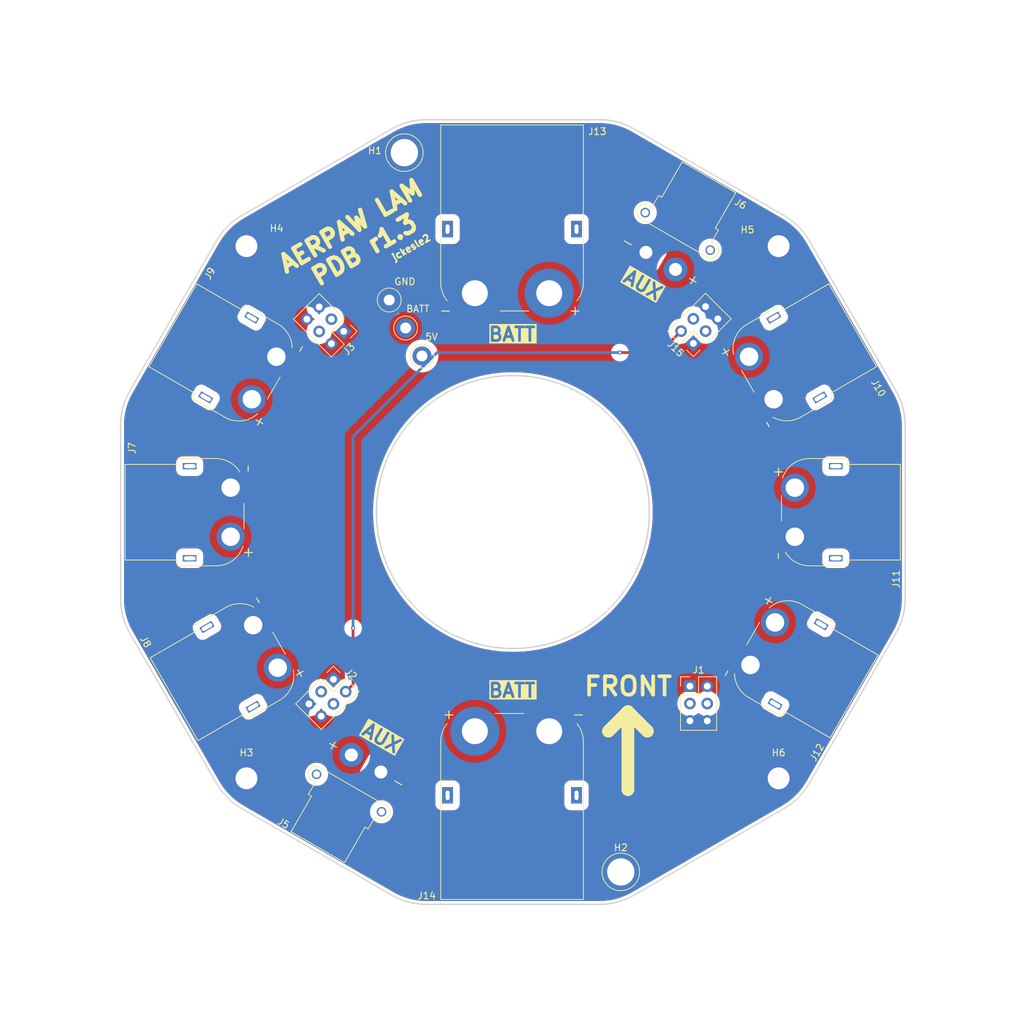
<source format=kicad_pcb>
(kicad_pcb (version 20241229) (generator "pcbnew") (generator_version "9.0")
  (layers (0 "F.Cu" signal) (2 "B.Cu" signal) (13 "F.Paste" user) (15 "B.Paste" user) (5 "F.SilkS" user "F.Silkscreen") (7 "B.SilkS" user "B.Silkscreen") (1 "F.Mask" user) (3 "B.Mask" user) (25 "Edge.Cuts" user))
  (net 0 "")
  (net 1 "GND")
  (net 2 "+5V")
  (net 3 "/vbat")
  (footprint "Connector_AMASS:AMASS_XT90PW-M_1x02_P10.90mm_Horizontal" (layer "F.Cu") (at 158.25 65.5)
    (property "Reference" "J13" (at 17.95 -23.7 0) (layer "F.SilkS"))
    (property "Value" "xt90-female")
    (fp_line (start -5 -24.65) (end -5 -1.522958) (stroke (width 0.12)) (layer "F.SilkS"))
    (fp_line (start -5 -24.65) (end 15.9 -24.65) (stroke (width 0.12)) (layer "F.SilkS"))
    (fp_line (start 3.7 2.6) (end 7.9 2.6) (stroke (width 0.12)) (layer "F.SilkS"))
    (fp_line (start 15.9 -24.65) (end 15.9 -1.522958) (stroke (width 0.12)) (layer "F.SilkS"))
    (fp_arc (start -4.064641 1.1) (mid -4.759165 -0.130585) (end -5 -1.522958) (stroke (width 0.12)) (layer "F.SilkS"))
    (fp_arc (start 15.9 -1.522958) (mid 15.659164 -0.130586) (end 14.964641 1.1) (stroke (width 0.12)) (layer "F.SilkS"))
    (fp_text user "-" (at -4.3 2.5 0) (layer "F.SilkS") (effects (font (size 1.5 1.5))))
    (fp_text user "+" (at 14.7 2.5 0) (layer "F.SilkS") (effects (font (size 1.5 1.5))))
    (pad "1" thru_hole roundrect (at 0 0) (size 7.2 7.2) (drill 3.8) (layers "*.Cu" "*.Mask") (net 1 "GND"))
    (pad "2" thru_hole circle (at 10.899998 0) (size 7.2 7.2) (drill 3.8) (layers "*.Cu" "*.Mask") (net 3 "/vbat"))
    (pad "MP" thru_hole rect (at -4 -9.4) (size 1.6 2.4) (drill oval 0.6 1.4) (layers "*.Cu" "*.Mask"))
    (pad "MP" thru_hole rect (at 14.9 -9.4) (size 1.6 2.4) (drill oval 0.6 1.4) (layers "*.Cu" "*.Mask"))
  )
  (footprint "Connector_PinHeader_2.54mm:PinHeader_2x03_P2.54mm_Vertical" (layer "F.Cu") (at 137.522587 122.102587 -45)
    (property "Reference" "J2" (at 1.27 -2.380001 135) (layer "F.SilkS"))
    (property "Value" "2.54mm 2x3")
    (fp_line (start -1.38 6.46) (end 3.92 6.46) (stroke (width 0.12)) (layer "F.SilkS"))
    (fp_line (start -1.38 1.27) (end -1.38 6.46) (stroke (width 0.12)) (layer "F.SilkS"))
    (fp_line (start -1.38 1.27) (end 1.27 1.27) (stroke (width 0.12)) (layer "F.SilkS"))
    (fp_line (start -1.379999 0) (end -1.38 -1.38) (stroke (width 0.12)) (layer "F.SilkS"))
    (fp_line (start -1.38 -1.38) (end 0 -1.379999) (stroke (width 0.12)) (layer "F.SilkS"))
    (fp_line (start 1.27 1.27) (end 1.27 -1.38) (stroke (width 0.12)) (layer "F.SilkS"))
    (fp_line (start 1.27 -1.38) (end 3.92 -1.38) (stroke (width 0.12)) (layer "F.SilkS"))
    (fp_line (start 3.92 -1.38) (end 3.92 6.46) (stroke (width 0.12)) (layer "F.SilkS"))
    (pad "1" thru_hole rect (at 0 0 315) (size 1.7 1.7) (drill 1) (layers "*.Cu" "*.Mask") (net 3 "/vbat"))
    (pad "2" thru_hole circle (at 2.54 0 315) (size 1.7 1.7) (drill 1) (layers "*.Cu" "*.Mask") (net 2 "+5V"))
    (pad "3" thru_hole circle (at 0 2.54 315) (size 1.7 1.7) (drill 1) (layers "*.Cu" "*.Mask"))
    (pad "4" thru_hole circle (at 2.54 2.54 315) (size 1.7 1.7) (drill 1) (layers "*.Cu" "*.Mask"))
    (pad "5" thru_hole circle (at 0 5.079999 315) (size 1.7 1.7) (drill 1) (layers "*.Cu" "*.Mask") (net 1 "GND"))
    (pad "6" thru_hole circle (at 2.54 5.08 315) (size 1.7 1.7) (drill 1) (layers "*.Cu" "*.Mask") (net 3 "/vbat"))
  )
  (footprint "MountingHole:MountingHole_3.2mm_M3_DIN965_Pad" (layer "F.Cu") (at 202.772587 136.602587)
    (property "Reference" "H6" (at 0 -3.75 0) (layer "F.SilkS"))
    (property "Value" "M3")
    (pad "1" thru_hole circle (at 0 0) (size 5.6 5.6) (drill 3.2) (layers "*.Cu" "*.Mask") (net 1 "GND"))
  )
  (footprint "TestPoint:TestPoint_Plated_Hole_D4.0mm" (layer "F.Cu") (at 147.917333 44.897413)
    (property "Reference" "H1" (at -4.317333 -0.297413 0) (layer "F.SilkS"))
    (property "Value" "M4")
    (fp_circle (center 0 0) (end 0 2.75) (stroke (width 0.12)) (fill no) (layer "F.SilkS"))
    (pad "1" thru_hole circle (at 0 0) (size 5 5) (drill 4) (layers "*.Cu" "*.Mask") (net 1 "GND"))
  )
  (footprint "TestPoint:TestPoint_Keystone_5010-5014_Multipurpose" (layer "F.Cu") (at 148.1 70.6)
    (property "Reference" "BATT" (at 1.8 -2.8 0) (layer "F.SilkS"))
    (property "Value" "TestPoint_Flag")
    (fp_circle (center 0 0) (end 1.75 0) (stroke (width 0.12)) (fill no) (layer "F.SilkS"))
    (pad "1" thru_hole circle (at 0 0) (size 2.8 2.8) (drill 1.6) (layers "*.Cu" "*.Mask") (net 3 "/vbat"))
  )
  (footprint "Connector_AMASS:AMASS_XT60PW-F_1x02_P7.20mm_Horizontal" (layer "F.Cu") (at 125.759069 114.157309 120)
    (property "Reference" "J8" (at 5.764102 -14.8691 120) (layer "F.SilkS"))
    (property "Value" "xt60-female")
    (fp_line (start 3.41 -15.46) (end 3.410001 -7.760001) (stroke (width 0.12)) (layer "F.SilkS"))
    (fp_line (start 4.26 -7.760001) (end 4.259999 -2.15) (stroke (width 0.12)) (layer "F.SilkS"))
    (fp_line (start 3.410001 -7.760001) (end 4.26 -7.760001) (stroke (width 0.12)) (layer "F.SilkS"))
    (fp_line (start -10.610001 -15.46) (end 3.41 -15.46) (stroke (width 0.12)) (layer "F.SilkS"))
    (fp_line (start -10.610001 -15.46) (end -10.61 -7.760001) (stroke (width 0.12)) (layer "F.SilkS"))
    (fp_line (start -11.46 -7.76) (end -10.61 -7.760001) (stroke (width 0.12)) (layer "F.SilkS"))
    (fp_line (start -11.46 -7.76) (end -11.46 -2.15) (stroke (width 0.12)) (layer "F.SilkS"))
    (fp_line (start -6.05 1.96) (end -2.31 1.96) (stroke (width 0.12)) (layer "F.SilkS"))
    (fp_arc (start 4.259999 -2.15) (mid 3.727162 -0.12614) (end 2.266806 1.372959) (stroke (width 0.12)) (layer "F.SilkS"))
    (fp_arc (start -8.5899 1.808718) (mid -10.677645 0.302568) (end -11.46 -2.15) (stroke (width 0.12)) (layer "F.SilkS"))
    (fp_text user "-" (at 2.8 2.5 120) (layer "F.SilkS"))
    (fp_text user "+" (at -9.499999 2.5 120) (layer "F.SilkS") (effects (font (size 1.5 1.5))))
    (pad "" thru_hole rect (at -10.35 -6 120) (size 0.9 2) (drill oval 0.6 1.7) (layers "*.Cu" "*.Mask"))
    (pad "" thru_hole rect (at 3.15 -6 120) (size 0.9 2) (drill oval 0.6 1.7) (layers "*.Cu" "*.Mask"))
    (pad "1" thru_hole roundrect (at 0 0 120) (size 4.1 4.1) (drill 2.7) (layers "*.Cu" "*.Mask") (net 1 "GND"))
    (pad "2" thru_hole circle (at -7.2 0 120) (size 4.1 4.1) (drill 2.7) (layers "*.Cu" "*.Mask") (net 3 "/vbat"))
  )
  (footprint "Connector_AMASS:AMASS_XT90PW-M_1x02_P10.90mm_Horizontal" (layer "F.Cu") (at 169.149999 129.7 180)
    (property "Reference" "J14" (at 17.949999 -24.1 0) (layer "F.SilkS"))
    (property "Value" "xt90-female")
    (fp_line (start 15.9 -24.65) (end 15.9 -1.522958) (stroke (width 0.12)) (layer "F.SilkS"))
    (fp_line (start 3.7 2.6) (end 7.9 2.6) (stroke (width 0.12)) (layer "F.SilkS"))
    (fp_line (start -5 -24.65) (end 15.9 -24.65) (stroke (width 0.12)) (layer "F.SilkS"))
    (fp_line (start -5 -24.65) (end -5 -1.522958) (stroke (width 0.12)) (layer "F.SilkS"))
    (fp_arc (start 15.9 -1.522958) (mid 15.659164 -0.130586) (end 14.964641 1.099999) (stroke (width 0.12)) (layer "F.SilkS"))
    (fp_arc (start -4.06464 1.1) (mid -4.759165 -0.130584) (end -5 -1.522958) (stroke (width 0.12)) (layer "F.SilkS"))
    (fp_text user "+" (at 14.699999 2.5 0) (layer "F.SilkS") (effects (font (size 1.5 1.5))))
    (fp_text user "-" (at -4.3 2.500001 0) (layer "F.SilkS") (effects (font (size 1.5 1.5))))
    (pad "1" thru_hole roundrect (at 0 0 180) (size 7.2 7.2) (drill 3.8) (layers "*.Cu" "*.Mask") (net 1 "GND"))
    (pad "2" thru_hole circle (at 10.899998 0 180) (size 7.2 7.2) (drill 3.8) (layers "*.Cu" "*.Mask") (net 3 "/vbat"))
    (pad "MP" thru_hole rect (at -4 -9.4 180) (size 1.6 2.4) (drill oval 0.6 1.4) (layers "*.Cu" "*.Mask"))
    (pad "MP" thru_hole rect (at 14.900001 -9.4 180) (size 1.6 2.4) (drill oval 0.6 1.4) (layers "*.Cu" "*.Mask"))
  )
  (footprint "MountingHole:MountingHole_3.2mm_M3_DIN965_Pad" (layer "F.Cu") (at 124.772587 136.602587)
    (property "Reference" "H3" (at 0 -3.75 0) (layer "F.SilkS"))
    (property "Value" "M3")
    (pad "1" thru_hole circle (at 0 0) (size 5.6 5.6) (drill 3.2) (layers "*.Cu" "*.Mask") (net 1 "GND"))
  )
  (footprint "TestPoint:TestPoint_Keystone_5010-5014_Multipurpose" (layer "F.Cu") (at 145.7 66.5)
    (property "Reference" "GND" (at 2.3 -2.7 0) (layer "F.SilkS"))
    (property "Value" "TestPoint_Flag")
    (fp_circle (center 0 0) (end 1.75 0) (stroke (width 0.12)) (fill no) (layer "F.SilkS"))
    (pad "1" thru_hole circle (at 0 0) (size 2.8 2.8) (drill 1.6) (layers "*.Cu" "*.Mask") (net 1 "GND"))
  )
  (footprint "Connector_AMASS:AMASS_XT30PW-F_1x02_P2.50mm_Horizontal" (layer "F.Cu") (at 144.474446 135.681444 150)
    (property "Reference" "J5" (at 8.602755 -13.648483 150) (layer "F.SilkS"))
    (property "Value" "xt30-female")
    (fp_line (start 7.03 -14.16) (end 7.030001 -8.16) (stroke (width 0.12)) (layer "F.SilkS"))
    (fp_line (start 7.56 -8.16) (end 7.56 -6.11) (stroke (width 0.12)) (layer "F.SilkS"))
    (fp_line (start 7.030001 -8.16) (end 7.56 -8.16) (stroke (width 0.12)) (layer "F.SilkS"))
    (fp_line (start 7.56 -6.11) (end 8.26 -6.11) (stroke (width 0.12)) (layer "F.SilkS"))
    (fp_line (start -2.030001 -14.16) (end 7 -14.16) (stroke (width 0.12)) (layer "F.SilkS"))
    (fp_line (start -2.030001 -14.16) (end -2.030001 -8.16) (stroke (width 0.12)) (layer "F.SilkS"))
    (fp_line (start -2.56 -8.16) (end -2.030001 -8.16) (stroke (width 0.12)) (layer "F.SilkS"))
    (fp_line (start -2.56 -8.16) (end -2.56 -6.11) (stroke (width 0.12)) (layer "F.SilkS"))
    (fp_line (start -3.26 -6.11) (end -2.56 -6.11) (stroke (width 0.12)) (layer "F.SilkS"))
    (fp_line (start -3.26 -3.89) (end 8.26 -3.89) (stroke (width 0.12)) (layer "F.SilkS"))
    (fp_arc (start 8.15 -6.11) (mid 9.26 -5) (end 8.15 -3.89) (stroke (width 0.12)) (layer "F.SilkS"))
    (fp_arc (start -3.321729 -3.903365) (mid -4.256653 -5.086124) (end -3.15 -6.11) (stroke (width 0.12)) (layer "F.SilkS"))
    (fp_text user "+" (at 8 0 150) (layer "F.SilkS") (effects (font (size 1.5 1.5))))
    (fp_text user "-" (at -3 0 150) (layer "F.SilkS") (effects (font (size 1.5 1.5))))
    (pad "" thru_hole circle (at -3 -5 240) (size 1.4 1.4) (drill 1) (layers "*.Cu" "*.Mask"))
    (pad "" thru_hole circle (at 8 -5 150) (size 1.4 1.4) (drill 1) (layers "*.Cu" "*.Mask"))
    (pad "1" thru_hole roundrect (at 0 0 150) (size 3.5 3.5) (drill 1.9) (layers "*.Cu" "*.Mask") (roundrect_rratio 0.22) (net 1 "GND"))
    (pad "2" thru_hole circle (at 5 0 150) (size 3.5 3.5) (drill 1.9) (layers "*.Cu" "*.Mask") (net 3 "/vbat"))
  )
  (footprint "Connector_AMASS:AMASS_XT60PW-F_1x02_P7.20mm_Horizontal" (layer "F.Cu") (at 129.159069 74.807309 60)
    (property "Reference" "J9" (at 5.692305 -14.555256 60) (layer "F.SilkS"))
    (property "Value" "xt60-female")
    (fp_line (start -10.610001 -15.46) (end -10.61 -7.76) (stroke (width 0.12)) (layer "F.SilkS"))
    (fp_line (start -10.610001 -15.46) (end 3.41 -15.46) (stroke (width 0.12)) (layer "F.SilkS"))
    (fp_line (start -11.46 -7.76) (end -10.61 -7.76) (stroke (width 0.12)) (layer "F.SilkS"))
    (fp_line (start -11.46 -7.76) (end -11.46 -2.15) (stroke (width 0.12)) (layer "F.SilkS"))
    (fp_line (start 3.41 -15.46) (end 3.41 -7.76) (stroke (width 0.12)) (layer "F.SilkS"))
    (fp_line (start 3.41 -7.76) (end 4.26 -7.76) (stroke (width 0.12)) (layer "F.SilkS"))
    (fp_line (start 4.26 -7.76) (end 4.26 -2.15) (stroke (width 0.12)) (layer "F.SilkS"))
    (fp_line (start -6.05 1.96) (end -2.31 1.96) (stroke (width 0.12)) (layer "F.SilkS"))
    (fp_arc (start -8.5899 1.808718) (mid -10.677645 0.302568) (end -11.46 -2.15) (stroke (width 0.12)) (layer "F.SilkS"))
    (fp_arc (start 4.26 -2.15) (mid 3.727162 -0.12614) (end 2.266806 1.372959) (stroke (width 0.12)) (layer "F.SilkS"))
    (fp_text user "+" (at -9.5 2.500001 60) (layer "F.SilkS") (effects (font (size 1.5 1.5))))
    (fp_text user "-" (at 2.8 2.5 60) (layer "F.SilkS"))
    (pad "" thru_hole rect (at -10.35 -6 60) (size 0.9 2) (drill oval 0.6 1.7) (layers "*.Cu" "*.Mask"))
    (pad "" thru_hole rect (at 3.15 -6 60) (size 0.9 2) (drill oval 0.6 1.7) (layers "*.Cu" "*.Mask"))
    (pad "1" thru_hole roundrect (at 0 0 60) (size 4.1 4.1) (drill 2.7) (layers "*.Cu" "*.Mask") (net 1 "GND"))
    (pad "2" thru_hole circle (at -7.2 0 60) (size 4.1 4.1) (drill 2.7) (layers "*.Cu" "*.Mask") (net 3 "/vbat"))
  )
  (footprint "Connector_PinHeader_2.54mm:PinHeader_2x03_P2.54mm_Vertical" (layer "F.Cu") (at 190.272587 72.852587 135)
    (property "Reference" "J15" (at 1.27 -2.380001 135) (layer "F.SilkS"))
    (property "Value" "2.54mm 2x3")
    (fp_line (start 3.92 -1.38) (end 3.92 6.46) (stroke (width 0.12)) (layer "F.SilkS"))
    (fp_line (start 1.27 -1.38) (end 3.92 -1.38) (stroke (width 0.12)) (layer "F.SilkS"))
    (fp_line (start 1.27 1.27) (end 1.27 -1.38) (stroke (width 0.12)) (layer "F.SilkS"))
    (fp_line (start -1.38 -1.38) (end 0 -1.379999) (stroke (width 0.12)) (layer "F.SilkS"))
    (fp_line (start -1.379999 0) (end -1.38 -1.38) (stroke (width 0.12)) (layer "F.SilkS"))
    (fp_line (start -1.38 1.27) (end 1.27 1.27) (stroke (width 0.12)) (layer "F.SilkS"))
    (fp_line (start -1.38 1.27) (end -1.38 6.46) (stroke (width 0.12)) (layer "F.SilkS"))
    (fp_line (start -1.38 6.46) (end 3.92 6.46) (stroke (width 0.12)) (layer "F.SilkS"))
    (pad "1" thru_hole rect (at 0 0 135) (size 1.7 1.7) (drill 1) (layers "*.Cu" "*.Mask") (net 3 "/vbat"))
    (pad "2" thru_hole circle (at 2.54 0 135) (size 1.7 1.7) (drill 1) (layers "*.Cu" "*.Mask") (net 2 "+5V"))
    (pad "3" thru_hole circle (at 0 2.54 135) (size 1.7 1.7) (drill 1) (layers "*.Cu" "*.Mask"))
    (pad "4" thru_hole circle (at 2.54 2.54 135) (size 1.7 1.7) (drill 1) (layers "*.Cu" "*.Mask"))
    (pad "5" thru_hole circle (at 0 5.079999 135) (size 1.7 1.7) (drill 1) (layers "*.Cu" "*.Mask") (net 1 "GND"))
    (pad "6" thru_hole circle (at 2.54 5.08 135) (size 1.7 1.7) (drill 1) (layers "*.Cu" "*.Mask") (net 1 "GND"))
  )
  (footprint "Connector_AMASS:AMASS_XT60PW-F_1x02_P7.20mm_Horizontal" (layer "F.Cu") (at 122.45 94 90)
    (property "Reference" "J7" (at 5.8 -14.45 90) (layer "F.SilkS"))
    (property "Value" "xt60-female")
    (fp_line (start 3.41 -15.46) (end 3.410001 -7.76) (stroke (width 0.12)) (layer "F.SilkS"))
    (fp_line (start -10.61 -15.46) (end 3.41 -15.46) (stroke (width 0.12)) (layer "F.SilkS"))
    (fp_line (start -10.61 -15.46) (end -10.61 -7.760001) (stroke (width 0.12)) (layer "F.SilkS"))
    (fp_line (start 4.26 -7.760001) (end 4.259999 -2.15) (stroke (width 0.12)) (layer "F.SilkS"))
    (fp_line (start 3.410001 -7.76) (end 4.26 -7.760001) (stroke (width 0.12)) (layer "F.SilkS"))
    (fp_line (start -11.46 -7.76) (end -10.61 -7.760001) (stroke (width 0.12)) (layer "F.SilkS"))
    (fp_line (start -11.46 -7.76) (end -11.46 -2.15) (stroke (width 0.12)) (layer "F.SilkS"))
    (fp_line (start -6.05 1.96) (end -2.31 1.96) (stroke (width 0.12)) (layer "F.SilkS"))
    (fp_arc (start 4.259999 -2.15) (mid 3.727162 -0.126139) (end 2.266806 1.372958) (stroke (width 0.12)) (layer "F.SilkS"))
    (fp_arc (start -8.5899 1.808718) (mid -10.677645 0.302568) (end -11.46 -2.15) (stroke (width 0.12)) (layer "F.SilkS"))
    (fp_text user "-" (at 2.8 2.5 90) (layer "F.SilkS"))
    (fp_text user "+" (at -9.499999 2.5 90) (layer "F.SilkS") (effects (font (size 1.5 1.5))))
    (pad "" thru_hole rect (at -10.35 -6 90) (size 0.9 2) (drill oval 0.6 1.7) (layers "*.Cu" "*.Mask"))
    (pad "" thru_hole rect (at 3.15 -6 90) (size 0.9 2) (drill oval 0.6 1.7) (layers "*.Cu" "*.Mask"))
    (pad "1" thru_hole roundrect (at 0 0 90) (size 4.1 4.1) (drill 2.7) (layers "*.Cu" "*.Mask") (net 1 "GND"))
    (pad "2" thru_hole circle (at -7.2 0 90) (size 4.1 4.1) (drill 2.7) (layers "*.Cu" "*.Mask") (net 3 "/vbat"))
  )
  (footprint "Connector_AMASS:AMASS_XT60PW-F_1x02_P7.20mm_Horizontal" (layer "F.Cu") (at 202.040931 81.042692 -60)
    (property "Reference" "J10" (at 6.256921 -14.12269 120) (layer "F.SilkS"))
    (property "Value" "xt60-female")
    (fp_line (start -6.05 1.96) (end -2.31 1.96) (stroke (width 0.12)) (layer "F.SilkS"))
    (fp_line (start -11.46 -7.76) (end -11.46 -2.15) (stroke (width 0.12)) (layer "F.SilkS"))
    (fp_line (start -11.46 -7.76) (end -10.61 -7.76) (stroke (width 0.12)) (layer "F.SilkS"))
    (fp_line (start -10.610001 -15.46) (end -10.61 -7.76) (stroke (width 0.12)) (layer "F.SilkS"))
    (fp_line (start -10.610001 -15.46) (end 3.41 -15.46) (stroke (width 0.12)) (layer "F.SilkS"))
    (fp_line (start 3.41 -7.76) (end 4.26 -7.76) (stroke (width 0.12)) (layer "F.SilkS"))
    (fp_line (start 4.26 -7.76) (end 4.26 -2.15) (stroke (width 0.12)) (layer "F.SilkS"))
    (fp_line (start 3.41 -15.46) (end 3.41 -7.76) (stroke (width 0.12)) (layer "F.SilkS"))
    (fp_arc (start -8.5899 1.808718) (mid -10.677645 0.302568) (end -11.46 -2.15) (stroke (width 0.12)) (layer "F.SilkS"))
    (fp_arc (start 4.26 -2.15) (mid 3.727162 -0.12614) (end 2.266806 1.372959) (stroke (width 0.12)) (layer "F.SilkS"))
    (fp_text user "-" (at 2.8 2.5 120) (layer "F.SilkS"))
    (fp_text user "+" (at -9.5 2.500001 120) (layer "F.SilkS") (effects (font (size 1.5 1.5))))
    (pad "" thru_hole rect (at -10.35 -6 300) (size 0.9 2) (drill oval 0.6 1.7) (layers "*.Cu" "*.Mask"))
    (pad "" thru_hole rect (at 3.15 -6 300) (size 0.9 2) (drill oval 0.6 1.7) (layers "*.Cu" "*.Mask"))
    (pad "1" thru_hole roundrect (at 0 0 300) (size 4.1 4.1) (drill 2.7) (layers "*.Cu" "*.Mask") (net 1 "GND"))
    (pad "2" thru_hole circle (at -7.2 0 300) (size 4.1 4.1) (drill 2.7) (layers "*.Cu" "*.Mask") (net 3 "/vbat"))
  )
  (footprint "MountingHole:MountingHole_3.2mm_M3_DIN965_Pad" (layer "F.Cu") (at 124.772587 58.602587)
    (property "Reference" "H4" (at 4.427413 -2.602587 0) (layer "F.SilkS"))
    (property "Value" "M3")
    (pad "1" thru_hole circle (at 0 0) (size 5.6 5.6) (drill 3.2) (layers "*.Cu" "*.Mask") (net 1 "GND"))
  )
  (footprint "TestPoint:TestPoint_Plated_Hole_D4.0mm" (layer "F.Cu") (at 179.642333 150.322413)
    (property "Reference" "H2" (at 0 -3.548 0) (layer "F.SilkS"))
    (property "Value" "M4")
    (fp_circle (center 0 0) (end 0 2.75) (stroke (width 0.12)) (fill no) (layer "F.SilkS"))
    (pad "1" thru_hole circle (at 0 0) (size 5 5) (drill 4) (layers "*.Cu" "*.Mask") (net 1 "GND"))
  )
  (footprint "Connector_AMASS:AMASS_XT60PW-F_1x02_P7.20mm_Horizontal" (layer "F.Cu") (at 198.640931 119.992692 -120)
    (property "Reference" "J12" (at 6.21192 -14.855256 60) (layer "F.SilkS"))
    (property "Value" "xt60-female")
    (fp_line (start -6.05 1.96) (end -2.31 1.96) (stroke (width 0.12)) (layer "F.SilkS"))
    (fp_line (start 4.26 -7.76) (end 4.26 -2.15) (stroke (width 0.12)) (layer "F.SilkS"))
    (fp_line (start 3.41 -7.76) (end 4.26 -7.76) (stroke (width 0.12)) (layer "F.SilkS"))
    (fp_line (start 3.41 -15.46) (end 3.41 -7.76) (stroke (width 0.12)) (layer "F.SilkS"))
    (fp_line (start -11.46 -7.76) (end -11.46 -2.15) (stroke (width 0.12)) (layer "F.SilkS"))
    (fp_line (start -11.46 -7.76) (end -10.61 -7.76) (stroke (width 0.12)) (layer "F.SilkS"))
    (fp_line (start -10.610001 -15.46) (end 3.41 -15.46) (stroke (width 0.12)) (layer "F.SilkS"))
    (fp_line (start -10.610001 -15.46) (end -10.61 -7.76) (stroke (width 0.12)) (layer "F.SilkS"))
    (fp_arc (start 4.26 -2.15) (mid 3.727162 -0.12614) (end 2.266806 1.372959) (stroke (width 0.12)) (layer "F.SilkS"))
    (fp_arc (start -8.5899 1.808718) (mid -10.677645 0.302568) (end -11.46 -2.15) (stroke (width 0.12)) (layer "F.SilkS"))
    (fp_text user "+" (at -9.5 2.500001 60) (layer "F.SilkS") (effects (font (size 1.5 1.5))))
    (fp_text user "-" (at 2.8 2.5 60) (layer "F.SilkS"))
    (pad "" thru_hole rect (at -10.35 -6 240) (size 0.9 2) (drill oval 0.6 1.7) (layers "*.Cu" "*.Mask"))
    (pad "" thru_hole rect (at 3.15 -6 240) (size 0.9 2) (drill oval 0.6 1.7) (layers "*.Cu" "*.Mask"))
    (pad "1" thru_hole roundrect (at 0 0 240) (size 4.1 4.1) (drill 2.7) (layers "*.Cu" "*.Mask") (net 1 "GND"))
    (pad "2" thru_hole circle (at -7.2 0 240) (size 4.1 4.1) (drill 2.7) (layers "*.Cu" "*.Mask") (net 3 "/vbat"))
  )
  (footprint "TestPoint:TestPoint_Keystone_5010-5014_Multipurpose" (layer "F.Cu") (at 150.5 74.7)
    (property "Reference" "5V" (at 1.4 -2.8 0) (layer "F.SilkS"))
    (property "Value" "TestPoint_Flag")
    (fp_circle (center 0 0) (end 1.75 0) (stroke (width 0.12)) (fill no) (layer "F.SilkS"))
    (pad "1" thru_hole circle (at 0 0) (size 2.8 2.8) (drill 1.6) (layers "*.Cu" "*.Mask") (net 2 "+5V"))
  )
  (footprint "Connector_AMASS:AMASS_XT60PW-F_1x02_P7.20mm_Horizontal" (layer "F.Cu") (at 205.15 101.2 -90)
    (property "Reference" "J11" (at 6.2 -14.85 90) (layer "F.SilkS"))
    (property "Value" "xt60-female")
    (fp_line (start -6.05 1.96) (end -2.31 1.96) (stroke (width 0.12)) (layer "F.SilkS"))
    (fp_line (start -11.46 -7.76) (end -11.46 -2.15) (stroke (width 0.12)) (layer "F.SilkS"))
    (fp_line (start -11.46 -7.76) (end -10.61 -7.76) (stroke (width 0.12)) (layer "F.SilkS"))
    (fp_line (start 3.41 -7.76) (end 4.26 -7.76) (stroke (width 0.12)) (layer "F.SilkS"))
    (fp_line (start 4.26 -7.76) (end 4.26 -2.15) (stroke (width 0.12)) (layer "F.SilkS"))
    (fp_line (start -10.610001 -15.46) (end -10.61 -7.76) (stroke (width 0.12)) (layer "F.SilkS"))
    (fp_line (start -10.610001 -15.46) (end 3.41 -15.46) (stroke (width 0.12)) (layer "F.SilkS"))
    (fp_line (start 3.41 -15.46) (end 3.41 -7.76) (stroke (width 0.12)) (layer "F.SilkS"))
    (fp_arc (start -8.5899 1.808718) (mid -10.677645 0.302568) (end -11.46 -2.15) (stroke (width 0.12)) (layer "F.SilkS"))
    (fp_arc (start 4.26 -2.15) (mid 3.727162 -0.12614) (end 2.266806 1.372959) (stroke (width 0.12)) (layer "F.SilkS"))
    (fp_text user "+" (at -9.5 2.500001 90) (layer "F.SilkS") (effects (font (size 1.5 1.5))))
    (fp_text user "-" (at 2.8 2.5 90) (layer "F.SilkS"))
    (pad "" thru_hole rect (at -10.35 -6 270) (size 0.9 2) (drill oval 0.6 1.7) (layers "*.Cu" "*.Mask"))
    (pad "" thru_hole rect (at 3.15 -6 270) (size 0.9 2) (drill oval 0.6 1.7) (layers "*.Cu" "*.Mask"))
    (pad "1" thru_hole roundrect (at 0 0 270) (size 4.1 4.1) (drill 2.7) (layers "*.Cu" "*.Mask") (net 1 "GND"))
    (pad "2" thru_hole circle (at -7.2 0 270) (size 4.1 4.1) (drill 2.7) (layers "*.Cu" "*.Mask") (net 3 "/vbat"))
  )
  (footprint "Connector_PinHeader_2.54mm:PinHeader_2x03_P2.54mm_Vertical" (layer "F.Cu") (at 139.022587 71.102587 -135)
    (property "Reference" "J3" (at 1.27 -2.380001 45) (layer "F.SilkS"))
    (property "Value" "2.54mm 2x3")
    (fp_line (start -1.38 6.46) (end 3.92 6.46) (stroke (width 0.12)) (layer "F.SilkS"))
    (fp_line (start 1.27 1.27) (end 1.27 -1.38) (stroke (width 0.12)) (layer "F.SilkS"))
    (fp_line (start 3.92 -1.38) (end 3.92 6.46) (stroke (width 0.12)) (layer "F.SilkS"))
    (fp_line (start -1.38 1.27) (end -1.38 6.46) (stroke (width 0.12)) (layer "F.SilkS"))
    (fp_line (start -1.38 1.27) (end 1.27 1.27) (stroke (width 0.12)) (layer "F.SilkS"))
    (fp_line (start 1.27 -1.38) (end 3.92 -1.38) (stroke (width 0.12)) (layer "F.SilkS"))
    (fp_line (start -1.379999 0) (end -1.38 -1.38) (stroke (width 0.12)) (layer "F.SilkS"))
    (fp_line (start -1.38 -1.38) (end 0 -1.379999) (stroke (width 0.12)) (layer "F.SilkS"))
    (pad "1" thru_hole rect (at 0 0 225) (size 1.7 1.7) (drill 1) (layers "*.Cu" "*.Mask") (net 3 "/vbat"))
    (pad "2" thru_hole circle (at 2.54 0 225) (size 1.7 1.7) (drill 1) (layers "*.Cu" "*.Mask") (net 3 "/vbat"))
    (pad "3" thru_hole circle (at 0 2.54 225) (size 1.7 1.7) (drill 1) (layers "*.Cu" "*.Mask"))
    (pad "4" thru_hole circle (at 2.54 2.54 225) (size 1.7 1.7) (drill 1) (layers "*.Cu" "*.Mask"))
    (pad "5" thru_hole circle (at 0 5.079999 225) (size 1.7 1.7) (drill 1) (layers "*.Cu" "*.Mask") (net 1 "GND"))
    (pad "6" thru_hole circle (at 2.54 5.08 225) (size 1.7 1.7) (drill 1) (layers "*.Cu" "*.Mask") (net 3 "/vbat"))
  )
  (footprint "Connector_PinHeader_2.54mm:PinHeader_2x03_P2.54mm_Vertical" (layer "F.Cu") (at 189.772587 123.102587)
    (property "Reference" "J1" (at 1.27 -2.38 0) (layer "F.SilkS"))
    (property "Value" "2.54mm 2x3")
    (fp_line (start -1.38 -1.38) (end 0 -1.38) (stroke (width 0.12)) (layer "F.SilkS"))
    (fp_line (start -1.38 0) (end -1.38 -1.38) (stroke (width 0.12)) (layer "F.SilkS"))
    (fp_line (start -1.38 1.27) (end -1.38 6.46) (stroke (width 0.12)) (layer "F.SilkS"))
    (fp_line (start -1.38 1.27) (end 1.27 1.27) (stroke (width 0.12)) (layer "F.SilkS"))
    (fp_line (start -1.38 6.46) (end 3.92 6.46) (stroke (width 0.12)) (layer "F.SilkS"))
    (fp_line (start 1.27 -1.38) (end 3.92 -1.38) (stroke (width 0.12)) (layer "F.SilkS"))
    (fp_line (start 1.27 1.27) (end 1.27 -1.38) (stroke (width 0.12)) (layer "F.SilkS"))
    (fp_line (start 3.92 -1.38) (end 3.92 6.46) (stroke (width 0.12)) (layer "F.SilkS"))
    (pad "1" thru_hole rect (at 0 0) (size 1.7 1.7) (drill 1) (layers "*.Cu" "*.Mask") (net 3 "/vbat"))
    (pad "2" thru_hole circle (at 2.54 0) (size 1.7 1.7) (drill 1) (layers "*.Cu" "*.Mask") (net 3 "/vbat"))
    (pad "3" thru_hole circle (at 0 2.54) (size 1.7 1.7) (drill 1) (layers "*.Cu" "*.Mask"))
    (pad "4" thru_hole circle (at 2.54 2.54) (size 1.7 1.7) (drill 1) (layers "*.Cu" "*.Mask"))
    (pad "5" thru_hole circle (at 0 5.08) (size 1.7 1.7) (drill 1) (layers "*.Cu" "*.Mask") (net 1 "GND"))
    (pad "6" thru_hole circle (at 2.54 5.08) (size 1.7 1.7) (drill 1) (layers "*.Cu" "*.Mask") (net 1 "GND"))
  )
  (footprint "MountingHole:MountingHole_3.2mm_M3_DIN965_Pad" (layer "F.Cu") (at 202.772587 58.602587)
    (property "Reference" "H5" (at -4.572587 -2.402587 0) (layer "F.SilkS"))
    (property "Value" "M3")
    (pad "1" thru_hole circle (at 0 0) (size 5.6 5.6) (drill 3.2) (layers "*.Cu" "*.Mask") (net 1 "GND"))
  )
  (footprint "Connector_AMASS:AMASS_XT30PW-F_1x02_P2.50mm_Horizontal" (layer "F.Cu") (at 183.325555 59.518556 -30)
    (property "Reference" "J6" (at 8.456344 -13.102073 150) (layer "F.SilkS"))
    (property "Value" "xt30-female")
    (fp_line (start -3.26 -3.89) (end 8.26 -3.89) (stroke (width 0.12)) (layer "F.SilkS"))
    (fp_line (start -3.26 -6.11) (end -2.56 -6.11) (stroke (width 0.12)) (layer "F.SilkS"))
    (fp_line (start -2.56 -8.16) (end -2.56 -6.11) (stroke (width 0.12)) (layer "F.SilkS"))
    (fp_line (start -2.56 -8.16) (end -2.030001 -8.16) (stroke (width 0.12)) (layer "F.SilkS"))
    (fp_line (start -2.030001 -14.16) (end -2.030001 -8.16) (stroke (width 0.12)) (layer "F.SilkS"))
    (fp_line (start -2.030001 -14.16) (end 7 -14.16) (stroke (width 0.12)) (layer "F.SilkS"))
    (fp_line (start 7.56 -6.11) (end 8.26 -6.11) (stroke (width 0.12)) (layer "F.SilkS"))
    (fp_line (start 7.030001 -8.16) (end 7.56 -8.16) (stroke (width 0.12)) (layer "F.SilkS"))
    (fp_line (start 7.56 -8.16) (end 7.56 -6.11) (stroke (width 0.12)) (layer "F.SilkS"))
    (fp_line (start 7.03 -14.16) (end 7.030001 -8.16) (stroke (width 0.12)) (layer "F.SilkS"))
    (fp_arc (start -3.321729 -3.903365) (mid -4.256653 -5.086124) (end -3.15 -6.11) (stroke (width 0.12)) (layer "F.SilkS"))
    (fp_arc (start 8.15 -6.11) (mid 9.26 -5) (end 8.15 -3.89) (stroke (width 0.12)) (layer "F.SilkS"))
    (fp_text user "+" (at 8 0 150) (layer "F.SilkS") (effects (font (size 1.5 1.5))))
    (fp_text user "-" (at -3 0 150) (layer "F.SilkS") (effects (font (size 1.5 1.5))))
    (pad "" thru_hole circle (at -3 -5 60) (size 1.4 1.4) (drill 1) (layers "*.Cu" "*.Mask"))
    (pad "" thru_hole circle (at 8 -5 330) (size 1.4 1.4) (drill 1) (layers "*.Cu" "*.Mask"))
    (pad "1" thru_hole roundrect (at 0 0 330) (size 3.5 3.5) (drill 1.9) (layers "*.Cu" "*.Mask") (roundrect_rratio 0.22) (net 1 "GND"))
    (pad "2" thru_hole circle (at 5 0 330) (size 3.5 3.5) (drill 1.9) (layers "*.Cu" "*.Mask") (net 3 "/vbat"))
  )
  (gr_line (start 107.664746 115.302586) (end 120.392333 137.347413) (stroke (width 0.2)) (layer "Edge.Cuts"))
  (gr_arc (start 107.664746 115.302586) (mid 106.665742 112.890776) (end 106.325 110.302586) (stroke (width 0.2)) (layer "Edge.Cuts"))
  (gr_line (start 146.097414 41.414746) (end 124.052587 54.142333) (stroke (width 0.2)) (layer "Edge.Cuts"))
  (gr_line (start 207.257667 137.347413) (end 219.985254 115.302586) (stroke (width 0.2)) (layer "Edge.Cuts"))
  (gr_line (start 221.325 110.302586) (end 221.325 84.847414) (stroke (width 0.2)) (layer "Edge.Cuts"))
  (gr_arc (start 207.257667 137.347413) (mid 205.66848 139.41848) (end 203.597413 141.007667) (stroke (width 0.2)) (layer "Edge.Cuts"))
  (gr_arc (start 176.552586 40.075) (mid 179.140776 40.415742) (end 181.552586 41.414746) (stroke (width 0.2)) (layer "Edge.Cuts"))
  (gr_arc (start 203.597413 54.142333) (mid 205.668477 55.731523) (end 207.257667 57.802587) (stroke (width 0.2)) (layer "Edge.Cuts"))
  (gr_arc (start 181.552586 153.735254) (mid 179.140776 154.734257) (end 176.552586 155.075) (stroke (width 0.2)) (layer "Edge.Cuts"))
  (gr_line (start 124.052587 141.007667) (end 146.097414 153.735254) (stroke (width 0.2)) (layer "Edge.Cuts"))
  (gr_arc (start 219.985254 79.847414) (mid 220.984252 82.259225) (end 221.325 84.847414) (stroke (width 0.2)) (layer "Edge.Cuts"))
  (gr_line (start 181.552586 153.735254) (end 203.597413 141.007667) (stroke (width 0.2)) (layer "Edge.Cuts"))
  (gr_arc (start 124.052587 141.007667) (mid 121.981518 139.418482) (end 120.392333 137.347413) (stroke (width 0.2)) (layer "Edge.Cuts"))
  (gr_line (start 219.985254 79.847414) (end 207.257667 57.802587) (stroke (width 0.2)) (layer "Edge.Cuts"))
  (gr_line (start 106.325 84.847414) (end 106.325 110.302586) (stroke (width 0.2)) (layer "Edge.Cuts"))
  (gr_arc (start 151.097414 155.075) (mid 148.509222 154.734265) (end 146.097414 153.735254) (stroke (width 0.2)) (layer "Edge.Cuts"))
  (gr_arc (start 146.097415 41.414747) (mid 148.509225 40.415748) (end 151.097414 40.075001) (stroke (width 0.2)) (layer "Edge.Cuts"))
  (gr_line (start 203.597413 54.142333) (end 181.552586 41.414746) (stroke (width 0.2)) (layer "Edge.Cuts"))
  (gr_circle (center 163.825 97.575) (end 183.825 97.575) (stroke (width 0.2)) (fill no) (layer "Edge.Cuts"))
  (gr_arc (start 120.392333 57.802587) (mid 121.981519 55.731519) (end 124.052587 54.142333) (stroke (width 0.2)) (layer "Edge.Cuts"))
  (gr_line (start 120.392333 57.802587) (end 107.664746 79.847414) (stroke (width 0.2)) (layer "Edge.Cuts"))
  (gr_line (start 176.552586 40.075) (end 151.097414 40.075) (stroke (width 0.2)) (layer "Edge.Cuts"))
  (gr_line (start 151.097414 155.075) (end 176.552586 155.075) (stroke (width 0.2)) (layer "Edge.Cuts"))
  (gr_arc (start 106.325 84.847414) (mid 106.665742 82.259224) (end 107.664746 79.847414) (stroke (width 0.2)) (layer "Edge.Cuts"))
  (gr_arc (start 221.325 110.302586) (mid 220.984259 112.890777) (end 219.985254 115.302586) (stroke (width 0.2)) (layer "Edge.Cuts"))
  (gr_text "AUX" (at 182.3 65.3 330) (layer "F.SilkS" knockout) (effects (font (size 2 2) (thickness 0.4) (bold yes)) (justify bottom)))
  (gr_text "jckesle2" (at 146.4 60.9 30) (layer "F.SilkS") (effects (font (size 1 1) (thickness 0.25) (bold yes)) (justify left bottom)))
  (gr_text "↑" (at 191.2 140.2 0) (layer "F.SilkS") (effects (font (size 15 15) (thickness 1.875)) (justify left bottom mirror)))
  (gr_text "AERPAW LAM\nPDB r1.3" (at 142.8 60.4 30) (layer "F.SilkS") (effects (font (size 2.5 2.5) (thickness 0.625) (bold yes)) (justify bottom)))
  (gr_text "AUX" (at 144 131.7 330) (layer "F.SilkS" knockout) (effects (font (size 2 2) (thickness 0.4) (bold yes)) (justify bottom)))
  (gr_text "BATT" (at 163.7 124.9 0) (layer "F.SilkS" knockout) (effects (font (size 2 2) (thickness 0.4) (bold yes)) (justify bottom)))
  (gr_text "FRONT" (at 174 124.7 0) (layer "F.SilkS") (effects (font (size 2.7 2.7) (thickness 0.54) (bold yes)) (justify left bottom)))
  (gr_text "BATT" (at 163.7 72.7 0) (layer "F.SilkS" knockout) (effects (font (size 2 2) (thickness 0.4) (bold yes)) (justify bottom)))
  (segment (start 185.333072 74.2) (end 188.476536 71.056536) (width 0.4) (layer "F.Cu") (net 2))
  (segment (start 140.4 114.6) (end 140.4 122.817276) (width 0.4) (layer "F.Cu") (net 2))
  (segment (start 140.4 122.817276) (end 139.318638 123.898638) (width 0.4) (layer "F.Cu") (net 2))
  (segment (start 179.5 74.2) (end 185.333072 74.2) (width 0.4) (layer "F.Cu") (net 2))
  (via (at 140.4 114.6) (size 0.6) (drill 0.3) (layers "F.Cu" "B.Cu") (net 2))
  (via (at 179.5 74.2) (size 0.6) (drill 0.3) (layers "F.Cu" "B.Cu") (net 2))
  (segment (start 140.4 86.5) (end 152.7 74.2) (width 0.4) (layer "B.Cu") (net 2))
  (segment (start 140.4 114.6) (end 140.4 86.5) (width 0.4) (layer "B.Cu") (net 2))
  (segment (start 152.7 74.2) (end 179.5 74.2) (width 0.4) (layer "B.Cu") (net 2))
  (zone (net 3) (net_name "/vbat") (layer "F.Cu") (connect_pads yes (clearance 1)) (min_thickness 0.25) (fill yes (thermal_gap 0.5) (thermal_bridge_width 0.5))
    (polygon (pts (xy 92.5 29.9) (xy 235 31.9) (xy 234 172.1) (xy 91.5 171.8)))
  )
  (zone (net 1) (net_name "GND") (layer "B.Cu") (connect_pads yes (clearance 1)) (min_thickness 0.25) (fill yes (thermal_gap 0.5) (thermal_bridge_width 0.5))
    (polygon (pts (xy 92.5 29.9) (xy 235 31.9) (xy 234 172.1) (xy 91.5 171.8)))
  )
)
</source>
